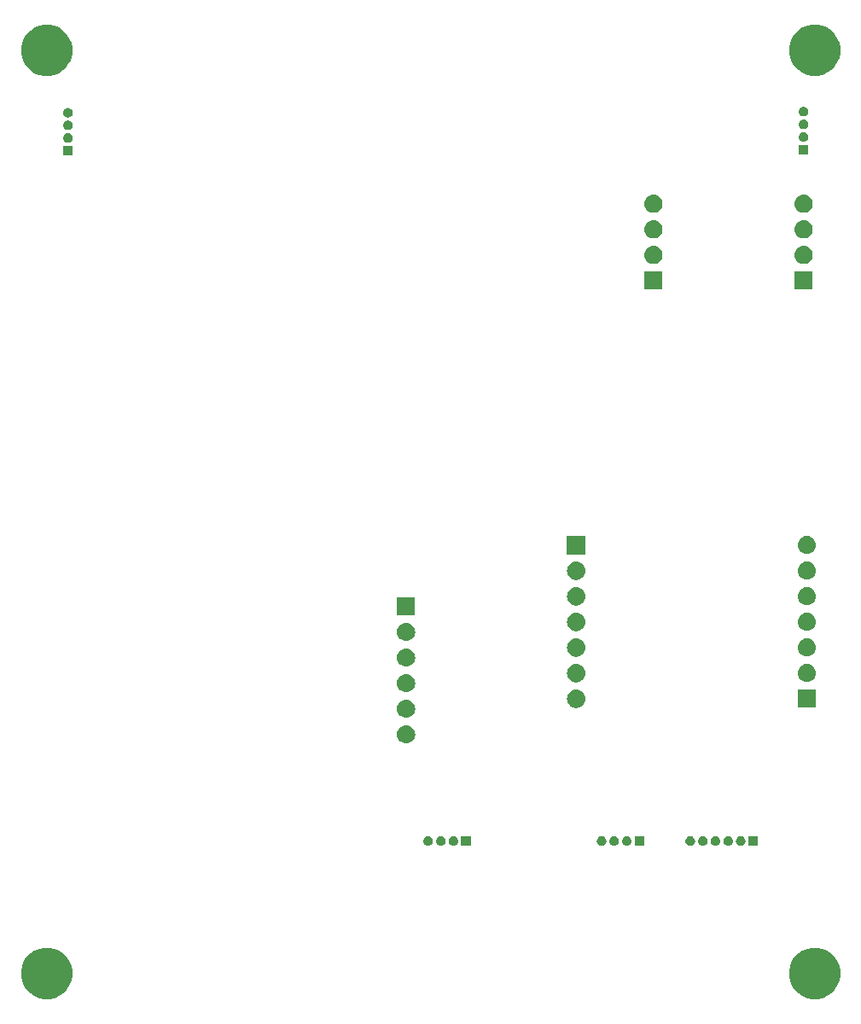
<source format=gbr>
G04 #@! TF.GenerationSoftware,KiCad,Pcbnew,(5.1.2)-2*
G04 #@! TF.CreationDate,2021-04-07T22:17:06-04:00*
G04 #@! TF.ProjectId,Magnetometer_A,4d61676e-6574-46f6-9d65-7465725f412e,rev?*
G04 #@! TF.SameCoordinates,Original*
G04 #@! TF.FileFunction,Soldermask,Bot*
G04 #@! TF.FilePolarity,Negative*
%FSLAX46Y46*%
G04 Gerber Fmt 4.6, Leading zero omitted, Abs format (unit mm)*
G04 Created by KiCad (PCBNEW (5.1.2)-2) date 2021-04-07 22:17:06*
%MOMM*%
%LPD*%
G04 APERTURE LIST*
%ADD10C,0.100000*%
G04 APERTURE END LIST*
D10*
G36*
X115844098Y-125297033D02*
G01*
X116308350Y-125489332D01*
X116308352Y-125489333D01*
X116726168Y-125768509D01*
X117081491Y-126123832D01*
X117360667Y-126541648D01*
X117360668Y-126541650D01*
X117552967Y-127005902D01*
X117651000Y-127498747D01*
X117651000Y-128001253D01*
X117552967Y-128494098D01*
X117360668Y-128958350D01*
X117360667Y-128958352D01*
X117081491Y-129376168D01*
X116726168Y-129731491D01*
X116308352Y-130010667D01*
X116308351Y-130010668D01*
X116308350Y-130010668D01*
X115844098Y-130202967D01*
X115351253Y-130301000D01*
X114848747Y-130301000D01*
X114355902Y-130202967D01*
X113891650Y-130010668D01*
X113891649Y-130010668D01*
X113891648Y-130010667D01*
X113473832Y-129731491D01*
X113118509Y-129376168D01*
X112839333Y-128958352D01*
X112839332Y-128958350D01*
X112647033Y-128494098D01*
X112549000Y-128001253D01*
X112549000Y-127498747D01*
X112647033Y-127005902D01*
X112839332Y-126541650D01*
X112839333Y-126541648D01*
X113118509Y-126123832D01*
X113473832Y-125768509D01*
X113891648Y-125489333D01*
X113891650Y-125489332D01*
X114355902Y-125297033D01*
X114848747Y-125199000D01*
X115351253Y-125199000D01*
X115844098Y-125297033D01*
X115844098Y-125297033D01*
G37*
G36*
X39644098Y-125297033D02*
G01*
X40108350Y-125489332D01*
X40108352Y-125489333D01*
X40526168Y-125768509D01*
X40881491Y-126123832D01*
X41160667Y-126541648D01*
X41160668Y-126541650D01*
X41352967Y-127005902D01*
X41451000Y-127498747D01*
X41451000Y-128001253D01*
X41352967Y-128494098D01*
X41160668Y-128958350D01*
X41160667Y-128958352D01*
X40881491Y-129376168D01*
X40526168Y-129731491D01*
X40108352Y-130010667D01*
X40108351Y-130010668D01*
X40108350Y-130010668D01*
X39644098Y-130202967D01*
X39151253Y-130301000D01*
X38648747Y-130301000D01*
X38155902Y-130202967D01*
X37691650Y-130010668D01*
X37691649Y-130010668D01*
X37691648Y-130010667D01*
X37273832Y-129731491D01*
X36918509Y-129376168D01*
X36639333Y-128958352D01*
X36639332Y-128958350D01*
X36447033Y-128494098D01*
X36349000Y-128001253D01*
X36349000Y-127498747D01*
X36447033Y-127005902D01*
X36639332Y-126541650D01*
X36639333Y-126541648D01*
X36918509Y-126123832D01*
X37273832Y-125768509D01*
X37691648Y-125489333D01*
X37691650Y-125489332D01*
X38155902Y-125297033D01*
X38648747Y-125199000D01*
X39151253Y-125199000D01*
X39644098Y-125297033D01*
X39644098Y-125297033D01*
G37*
G36*
X107888843Y-114142292D02*
G01*
X107939588Y-114163311D01*
X107975470Y-114178174D01*
X108053432Y-114230267D01*
X108119733Y-114296568D01*
X108171826Y-114374530D01*
X108171826Y-114374531D01*
X108207708Y-114461157D01*
X108226000Y-114553117D01*
X108226000Y-114646883D01*
X108207708Y-114738843D01*
X108186689Y-114789588D01*
X108171826Y-114825470D01*
X108119733Y-114903432D01*
X108053432Y-114969733D01*
X107975470Y-115021826D01*
X107939588Y-115036689D01*
X107888843Y-115057708D01*
X107796883Y-115076000D01*
X107703117Y-115076000D01*
X107611157Y-115057708D01*
X107560412Y-115036689D01*
X107524530Y-115021826D01*
X107446568Y-114969733D01*
X107380267Y-114903432D01*
X107328174Y-114825470D01*
X107313311Y-114789588D01*
X107292292Y-114738843D01*
X107274000Y-114646883D01*
X107274000Y-114553117D01*
X107292292Y-114461157D01*
X107328174Y-114374531D01*
X107328174Y-114374530D01*
X107380267Y-114296568D01*
X107446568Y-114230267D01*
X107524530Y-114178174D01*
X107560412Y-114163311D01*
X107611157Y-114142292D01*
X107703117Y-114124000D01*
X107796883Y-114124000D01*
X107888843Y-114142292D01*
X107888843Y-114142292D01*
G37*
G36*
X79388843Y-114142292D02*
G01*
X79439588Y-114163311D01*
X79475470Y-114178174D01*
X79553432Y-114230267D01*
X79619733Y-114296568D01*
X79671826Y-114374530D01*
X79671826Y-114374531D01*
X79707708Y-114461157D01*
X79726000Y-114553117D01*
X79726000Y-114646883D01*
X79707708Y-114738843D01*
X79686689Y-114789588D01*
X79671826Y-114825470D01*
X79619733Y-114903432D01*
X79553432Y-114969733D01*
X79475470Y-115021826D01*
X79439588Y-115036689D01*
X79388843Y-115057708D01*
X79296883Y-115076000D01*
X79203117Y-115076000D01*
X79111157Y-115057708D01*
X79060412Y-115036689D01*
X79024530Y-115021826D01*
X78946568Y-114969733D01*
X78880267Y-114903432D01*
X78828174Y-114825470D01*
X78813311Y-114789588D01*
X78792292Y-114738843D01*
X78774000Y-114646883D01*
X78774000Y-114553117D01*
X78792292Y-114461157D01*
X78828174Y-114374531D01*
X78828174Y-114374530D01*
X78880267Y-114296568D01*
X78946568Y-114230267D01*
X79024530Y-114178174D01*
X79060412Y-114163311D01*
X79111157Y-114142292D01*
X79203117Y-114124000D01*
X79296883Y-114124000D01*
X79388843Y-114142292D01*
X79388843Y-114142292D01*
G37*
G36*
X78138843Y-114142292D02*
G01*
X78189588Y-114163311D01*
X78225470Y-114178174D01*
X78303432Y-114230267D01*
X78369733Y-114296568D01*
X78421826Y-114374530D01*
X78421826Y-114374531D01*
X78457708Y-114461157D01*
X78476000Y-114553117D01*
X78476000Y-114646883D01*
X78457708Y-114738843D01*
X78436689Y-114789588D01*
X78421826Y-114825470D01*
X78369733Y-114903432D01*
X78303432Y-114969733D01*
X78225470Y-115021826D01*
X78189588Y-115036689D01*
X78138843Y-115057708D01*
X78046883Y-115076000D01*
X77953117Y-115076000D01*
X77861157Y-115057708D01*
X77810412Y-115036689D01*
X77774530Y-115021826D01*
X77696568Y-114969733D01*
X77630267Y-114903432D01*
X77578174Y-114825470D01*
X77563311Y-114789588D01*
X77542292Y-114738843D01*
X77524000Y-114646883D01*
X77524000Y-114553117D01*
X77542292Y-114461157D01*
X77578174Y-114374531D01*
X77578174Y-114374530D01*
X77630267Y-114296568D01*
X77696568Y-114230267D01*
X77774530Y-114178174D01*
X77810412Y-114163311D01*
X77861157Y-114142292D01*
X77953117Y-114124000D01*
X78046883Y-114124000D01*
X78138843Y-114142292D01*
X78138843Y-114142292D01*
G37*
G36*
X76888843Y-114142292D02*
G01*
X76939588Y-114163311D01*
X76975470Y-114178174D01*
X77053432Y-114230267D01*
X77119733Y-114296568D01*
X77171826Y-114374530D01*
X77171826Y-114374531D01*
X77207708Y-114461157D01*
X77226000Y-114553117D01*
X77226000Y-114646883D01*
X77207708Y-114738843D01*
X77186689Y-114789588D01*
X77171826Y-114825470D01*
X77119733Y-114903432D01*
X77053432Y-114969733D01*
X76975470Y-115021826D01*
X76939588Y-115036689D01*
X76888843Y-115057708D01*
X76796883Y-115076000D01*
X76703117Y-115076000D01*
X76611157Y-115057708D01*
X76560412Y-115036689D01*
X76524530Y-115021826D01*
X76446568Y-114969733D01*
X76380267Y-114903432D01*
X76328174Y-114825470D01*
X76313311Y-114789588D01*
X76292292Y-114738843D01*
X76274000Y-114646883D01*
X76274000Y-114553117D01*
X76292292Y-114461157D01*
X76328174Y-114374531D01*
X76328174Y-114374530D01*
X76380267Y-114296568D01*
X76446568Y-114230267D01*
X76524530Y-114178174D01*
X76560412Y-114163311D01*
X76611157Y-114142292D01*
X76703117Y-114124000D01*
X76796883Y-114124000D01*
X76888843Y-114142292D01*
X76888843Y-114142292D01*
G37*
G36*
X80976000Y-115076000D02*
G01*
X80024000Y-115076000D01*
X80024000Y-114124000D01*
X80976000Y-114124000D01*
X80976000Y-115076000D01*
X80976000Y-115076000D01*
G37*
G36*
X102888843Y-114142292D02*
G01*
X102939588Y-114163311D01*
X102975470Y-114178174D01*
X103053432Y-114230267D01*
X103119733Y-114296568D01*
X103171826Y-114374530D01*
X103171826Y-114374531D01*
X103207708Y-114461157D01*
X103226000Y-114553117D01*
X103226000Y-114646883D01*
X103207708Y-114738843D01*
X103186689Y-114789588D01*
X103171826Y-114825470D01*
X103119733Y-114903432D01*
X103053432Y-114969733D01*
X102975470Y-115021826D01*
X102939588Y-115036689D01*
X102888843Y-115057708D01*
X102796883Y-115076000D01*
X102703117Y-115076000D01*
X102611157Y-115057708D01*
X102560412Y-115036689D01*
X102524530Y-115021826D01*
X102446568Y-114969733D01*
X102380267Y-114903432D01*
X102328174Y-114825470D01*
X102313311Y-114789588D01*
X102292292Y-114738843D01*
X102274000Y-114646883D01*
X102274000Y-114553117D01*
X102292292Y-114461157D01*
X102328174Y-114374531D01*
X102328174Y-114374530D01*
X102380267Y-114296568D01*
X102446568Y-114230267D01*
X102524530Y-114178174D01*
X102560412Y-114163311D01*
X102611157Y-114142292D01*
X102703117Y-114124000D01*
X102796883Y-114124000D01*
X102888843Y-114142292D01*
X102888843Y-114142292D01*
G37*
G36*
X104138843Y-114142292D02*
G01*
X104189588Y-114163311D01*
X104225470Y-114178174D01*
X104303432Y-114230267D01*
X104369733Y-114296568D01*
X104421826Y-114374530D01*
X104421826Y-114374531D01*
X104457708Y-114461157D01*
X104476000Y-114553117D01*
X104476000Y-114646883D01*
X104457708Y-114738843D01*
X104436689Y-114789588D01*
X104421826Y-114825470D01*
X104369733Y-114903432D01*
X104303432Y-114969733D01*
X104225470Y-115021826D01*
X104189588Y-115036689D01*
X104138843Y-115057708D01*
X104046883Y-115076000D01*
X103953117Y-115076000D01*
X103861157Y-115057708D01*
X103810412Y-115036689D01*
X103774530Y-115021826D01*
X103696568Y-114969733D01*
X103630267Y-114903432D01*
X103578174Y-114825470D01*
X103563311Y-114789588D01*
X103542292Y-114738843D01*
X103524000Y-114646883D01*
X103524000Y-114553117D01*
X103542292Y-114461157D01*
X103578174Y-114374531D01*
X103578174Y-114374530D01*
X103630267Y-114296568D01*
X103696568Y-114230267D01*
X103774530Y-114178174D01*
X103810412Y-114163311D01*
X103861157Y-114142292D01*
X103953117Y-114124000D01*
X104046883Y-114124000D01*
X104138843Y-114142292D01*
X104138843Y-114142292D01*
G37*
G36*
X109476000Y-115076000D02*
G01*
X108524000Y-115076000D01*
X108524000Y-114124000D01*
X109476000Y-114124000D01*
X109476000Y-115076000D01*
X109476000Y-115076000D01*
G37*
G36*
X98176000Y-115076000D02*
G01*
X97224000Y-115076000D01*
X97224000Y-114124000D01*
X98176000Y-114124000D01*
X98176000Y-115076000D01*
X98176000Y-115076000D01*
G37*
G36*
X96588843Y-114142292D02*
G01*
X96639588Y-114163311D01*
X96675470Y-114178174D01*
X96753432Y-114230267D01*
X96819733Y-114296568D01*
X96871826Y-114374530D01*
X96871826Y-114374531D01*
X96907708Y-114461157D01*
X96926000Y-114553117D01*
X96926000Y-114646883D01*
X96907708Y-114738843D01*
X96886689Y-114789588D01*
X96871826Y-114825470D01*
X96819733Y-114903432D01*
X96753432Y-114969733D01*
X96675470Y-115021826D01*
X96639588Y-115036689D01*
X96588843Y-115057708D01*
X96496883Y-115076000D01*
X96403117Y-115076000D01*
X96311157Y-115057708D01*
X96260412Y-115036689D01*
X96224530Y-115021826D01*
X96146568Y-114969733D01*
X96080267Y-114903432D01*
X96028174Y-114825470D01*
X96013311Y-114789588D01*
X95992292Y-114738843D01*
X95974000Y-114646883D01*
X95974000Y-114553117D01*
X95992292Y-114461157D01*
X96028174Y-114374531D01*
X96028174Y-114374530D01*
X96080267Y-114296568D01*
X96146568Y-114230267D01*
X96224530Y-114178174D01*
X96260412Y-114163311D01*
X96311157Y-114142292D01*
X96403117Y-114124000D01*
X96496883Y-114124000D01*
X96588843Y-114142292D01*
X96588843Y-114142292D01*
G37*
G36*
X106638843Y-114142292D02*
G01*
X106689588Y-114163311D01*
X106725470Y-114178174D01*
X106803432Y-114230267D01*
X106869733Y-114296568D01*
X106921826Y-114374530D01*
X106921826Y-114374531D01*
X106957708Y-114461157D01*
X106976000Y-114553117D01*
X106976000Y-114646883D01*
X106957708Y-114738843D01*
X106936689Y-114789588D01*
X106921826Y-114825470D01*
X106869733Y-114903432D01*
X106803432Y-114969733D01*
X106725470Y-115021826D01*
X106689588Y-115036689D01*
X106638843Y-115057708D01*
X106546883Y-115076000D01*
X106453117Y-115076000D01*
X106361157Y-115057708D01*
X106310412Y-115036689D01*
X106274530Y-115021826D01*
X106196568Y-114969733D01*
X106130267Y-114903432D01*
X106078174Y-114825470D01*
X106063311Y-114789588D01*
X106042292Y-114738843D01*
X106024000Y-114646883D01*
X106024000Y-114553117D01*
X106042292Y-114461157D01*
X106078174Y-114374531D01*
X106078174Y-114374530D01*
X106130267Y-114296568D01*
X106196568Y-114230267D01*
X106274530Y-114178174D01*
X106310412Y-114163311D01*
X106361157Y-114142292D01*
X106453117Y-114124000D01*
X106546883Y-114124000D01*
X106638843Y-114142292D01*
X106638843Y-114142292D01*
G37*
G36*
X94088843Y-114142292D02*
G01*
X94139588Y-114163311D01*
X94175470Y-114178174D01*
X94253432Y-114230267D01*
X94319733Y-114296568D01*
X94371826Y-114374530D01*
X94371826Y-114374531D01*
X94407708Y-114461157D01*
X94426000Y-114553117D01*
X94426000Y-114646883D01*
X94407708Y-114738843D01*
X94386689Y-114789588D01*
X94371826Y-114825470D01*
X94319733Y-114903432D01*
X94253432Y-114969733D01*
X94175470Y-115021826D01*
X94139588Y-115036689D01*
X94088843Y-115057708D01*
X93996883Y-115076000D01*
X93903117Y-115076000D01*
X93811157Y-115057708D01*
X93760412Y-115036689D01*
X93724530Y-115021826D01*
X93646568Y-114969733D01*
X93580267Y-114903432D01*
X93528174Y-114825470D01*
X93513311Y-114789588D01*
X93492292Y-114738843D01*
X93474000Y-114646883D01*
X93474000Y-114553117D01*
X93492292Y-114461157D01*
X93528174Y-114374531D01*
X93528174Y-114374530D01*
X93580267Y-114296568D01*
X93646568Y-114230267D01*
X93724530Y-114178174D01*
X93760412Y-114163311D01*
X93811157Y-114142292D01*
X93903117Y-114124000D01*
X93996883Y-114124000D01*
X94088843Y-114142292D01*
X94088843Y-114142292D01*
G37*
G36*
X105388843Y-114142292D02*
G01*
X105439588Y-114163311D01*
X105475470Y-114178174D01*
X105553432Y-114230267D01*
X105619733Y-114296568D01*
X105671826Y-114374530D01*
X105671826Y-114374531D01*
X105707708Y-114461157D01*
X105726000Y-114553117D01*
X105726000Y-114646883D01*
X105707708Y-114738843D01*
X105686689Y-114789588D01*
X105671826Y-114825470D01*
X105619733Y-114903432D01*
X105553432Y-114969733D01*
X105475470Y-115021826D01*
X105439588Y-115036689D01*
X105388843Y-115057708D01*
X105296883Y-115076000D01*
X105203117Y-115076000D01*
X105111157Y-115057708D01*
X105060412Y-115036689D01*
X105024530Y-115021826D01*
X104946568Y-114969733D01*
X104880267Y-114903432D01*
X104828174Y-114825470D01*
X104813311Y-114789588D01*
X104792292Y-114738843D01*
X104774000Y-114646883D01*
X104774000Y-114553117D01*
X104792292Y-114461157D01*
X104828174Y-114374531D01*
X104828174Y-114374530D01*
X104880267Y-114296568D01*
X104946568Y-114230267D01*
X105024530Y-114178174D01*
X105060412Y-114163311D01*
X105111157Y-114142292D01*
X105203117Y-114124000D01*
X105296883Y-114124000D01*
X105388843Y-114142292D01*
X105388843Y-114142292D01*
G37*
G36*
X95338843Y-114142292D02*
G01*
X95389588Y-114163311D01*
X95425470Y-114178174D01*
X95503432Y-114230267D01*
X95569733Y-114296568D01*
X95621826Y-114374530D01*
X95621826Y-114374531D01*
X95657708Y-114461157D01*
X95676000Y-114553117D01*
X95676000Y-114646883D01*
X95657708Y-114738843D01*
X95636689Y-114789588D01*
X95621826Y-114825470D01*
X95569733Y-114903432D01*
X95503432Y-114969733D01*
X95425470Y-115021826D01*
X95389588Y-115036689D01*
X95338843Y-115057708D01*
X95246883Y-115076000D01*
X95153117Y-115076000D01*
X95061157Y-115057708D01*
X95010412Y-115036689D01*
X94974530Y-115021826D01*
X94896568Y-114969733D01*
X94830267Y-114903432D01*
X94778174Y-114825470D01*
X94763311Y-114789588D01*
X94742292Y-114738843D01*
X94724000Y-114646883D01*
X94724000Y-114553117D01*
X94742292Y-114461157D01*
X94778174Y-114374531D01*
X94778174Y-114374530D01*
X94830267Y-114296568D01*
X94896568Y-114230267D01*
X94974530Y-114178174D01*
X95010412Y-114163311D01*
X95061157Y-114142292D01*
X95153117Y-114124000D01*
X95246883Y-114124000D01*
X95338843Y-114142292D01*
X95338843Y-114142292D01*
G37*
G36*
X74660442Y-103135518D02*
G01*
X74726627Y-103142037D01*
X74896466Y-103193557D01*
X75052991Y-103277222D01*
X75088729Y-103306552D01*
X75190186Y-103389814D01*
X75273448Y-103491271D01*
X75302778Y-103527009D01*
X75386443Y-103683534D01*
X75437963Y-103853373D01*
X75455359Y-104030000D01*
X75437963Y-104206627D01*
X75386443Y-104376466D01*
X75302778Y-104532991D01*
X75273448Y-104568729D01*
X75190186Y-104670186D01*
X75088729Y-104753448D01*
X75052991Y-104782778D01*
X74896466Y-104866443D01*
X74726627Y-104917963D01*
X74660442Y-104924482D01*
X74594260Y-104931000D01*
X74505740Y-104931000D01*
X74439557Y-104924481D01*
X74373373Y-104917963D01*
X74203534Y-104866443D01*
X74047009Y-104782778D01*
X74011271Y-104753448D01*
X73909814Y-104670186D01*
X73826552Y-104568729D01*
X73797222Y-104532991D01*
X73713557Y-104376466D01*
X73662037Y-104206627D01*
X73644641Y-104030000D01*
X73662037Y-103853373D01*
X73713557Y-103683534D01*
X73797222Y-103527009D01*
X73826552Y-103491271D01*
X73909814Y-103389814D01*
X74011271Y-103306552D01*
X74047009Y-103277222D01*
X74203534Y-103193557D01*
X74373373Y-103142037D01*
X74439558Y-103135518D01*
X74505740Y-103129000D01*
X74594260Y-103129000D01*
X74660442Y-103135518D01*
X74660442Y-103135518D01*
G37*
G36*
X74660442Y-100595518D02*
G01*
X74726627Y-100602037D01*
X74896466Y-100653557D01*
X75052991Y-100737222D01*
X75088729Y-100766552D01*
X75190186Y-100849814D01*
X75273448Y-100951271D01*
X75302778Y-100987009D01*
X75386443Y-101143534D01*
X75437963Y-101313373D01*
X75455359Y-101490000D01*
X75437963Y-101666627D01*
X75386443Y-101836466D01*
X75302778Y-101992991D01*
X75273448Y-102028729D01*
X75190186Y-102130186D01*
X75088729Y-102213448D01*
X75052991Y-102242778D01*
X74896466Y-102326443D01*
X74726627Y-102377963D01*
X74660443Y-102384481D01*
X74594260Y-102391000D01*
X74505740Y-102391000D01*
X74439558Y-102384482D01*
X74373373Y-102377963D01*
X74203534Y-102326443D01*
X74047009Y-102242778D01*
X74011271Y-102213448D01*
X73909814Y-102130186D01*
X73826552Y-102028729D01*
X73797222Y-101992991D01*
X73713557Y-101836466D01*
X73662037Y-101666627D01*
X73644641Y-101490000D01*
X73662037Y-101313373D01*
X73713557Y-101143534D01*
X73797222Y-100987009D01*
X73826552Y-100951271D01*
X73909814Y-100849814D01*
X74011271Y-100766552D01*
X74047009Y-100737222D01*
X74203534Y-100653557D01*
X74373373Y-100602037D01*
X74439557Y-100595519D01*
X74505740Y-100589000D01*
X74594260Y-100589000D01*
X74660442Y-100595518D01*
X74660442Y-100595518D01*
G37*
G36*
X91530442Y-99615518D02*
G01*
X91596627Y-99622037D01*
X91766466Y-99673557D01*
X91922991Y-99757222D01*
X91958595Y-99786442D01*
X92060186Y-99869814D01*
X92143448Y-99971271D01*
X92172778Y-100007009D01*
X92256443Y-100163534D01*
X92307963Y-100333373D01*
X92325359Y-100510000D01*
X92307963Y-100686627D01*
X92256443Y-100856466D01*
X92172778Y-101012991D01*
X92143448Y-101048729D01*
X92060186Y-101150186D01*
X91958729Y-101233448D01*
X91922991Y-101262778D01*
X91766466Y-101346443D01*
X91596627Y-101397963D01*
X91530443Y-101404481D01*
X91464260Y-101411000D01*
X91375740Y-101411000D01*
X91309557Y-101404481D01*
X91243373Y-101397963D01*
X91073534Y-101346443D01*
X90917009Y-101262778D01*
X90881271Y-101233448D01*
X90779814Y-101150186D01*
X90696552Y-101048729D01*
X90667222Y-101012991D01*
X90583557Y-100856466D01*
X90532037Y-100686627D01*
X90514641Y-100510000D01*
X90532037Y-100333373D01*
X90583557Y-100163534D01*
X90667222Y-100007009D01*
X90696552Y-99971271D01*
X90779814Y-99869814D01*
X90881405Y-99786442D01*
X90917009Y-99757222D01*
X91073534Y-99673557D01*
X91243373Y-99622037D01*
X91309558Y-99615518D01*
X91375740Y-99609000D01*
X91464260Y-99609000D01*
X91530442Y-99615518D01*
X91530442Y-99615518D01*
G37*
G36*
X115221000Y-101381000D02*
G01*
X113419000Y-101381000D01*
X113419000Y-99579000D01*
X115221000Y-99579000D01*
X115221000Y-101381000D01*
X115221000Y-101381000D01*
G37*
G36*
X74660443Y-98055519D02*
G01*
X74726627Y-98062037D01*
X74896466Y-98113557D01*
X75052991Y-98197222D01*
X75088729Y-98226552D01*
X75190186Y-98309814D01*
X75273448Y-98411271D01*
X75302778Y-98447009D01*
X75386443Y-98603534D01*
X75437963Y-98773373D01*
X75455359Y-98950000D01*
X75437963Y-99126627D01*
X75386443Y-99296466D01*
X75302778Y-99452991D01*
X75273448Y-99488729D01*
X75190186Y-99590186D01*
X75088729Y-99673448D01*
X75052991Y-99702778D01*
X74896466Y-99786443D01*
X74726627Y-99837963D01*
X74660442Y-99844482D01*
X74594260Y-99851000D01*
X74505740Y-99851000D01*
X74439558Y-99844482D01*
X74373373Y-99837963D01*
X74203534Y-99786443D01*
X74047009Y-99702778D01*
X74011271Y-99673448D01*
X73909814Y-99590186D01*
X73826552Y-99488729D01*
X73797222Y-99452991D01*
X73713557Y-99296466D01*
X73662037Y-99126627D01*
X73644641Y-98950000D01*
X73662037Y-98773373D01*
X73713557Y-98603534D01*
X73797222Y-98447009D01*
X73826552Y-98411271D01*
X73909814Y-98309814D01*
X74011271Y-98226552D01*
X74047009Y-98197222D01*
X74203534Y-98113557D01*
X74373373Y-98062037D01*
X74439557Y-98055519D01*
X74505740Y-98049000D01*
X74594260Y-98049000D01*
X74660443Y-98055519D01*
X74660443Y-98055519D01*
G37*
G36*
X91530443Y-97075519D02*
G01*
X91596627Y-97082037D01*
X91766466Y-97133557D01*
X91922991Y-97217222D01*
X91958595Y-97246442D01*
X92060186Y-97329814D01*
X92143448Y-97431271D01*
X92172778Y-97467009D01*
X92172779Y-97467011D01*
X92240407Y-97593532D01*
X92256443Y-97623534D01*
X92307963Y-97793373D01*
X92325359Y-97970000D01*
X92307963Y-98146627D01*
X92256443Y-98316466D01*
X92172778Y-98472991D01*
X92143448Y-98508729D01*
X92060186Y-98610186D01*
X91959546Y-98692778D01*
X91922991Y-98722778D01*
X91922989Y-98722779D01*
X91822594Y-98776442D01*
X91766466Y-98806443D01*
X91596627Y-98857963D01*
X91530443Y-98864481D01*
X91464260Y-98871000D01*
X91375740Y-98871000D01*
X91309558Y-98864482D01*
X91243373Y-98857963D01*
X91073534Y-98806443D01*
X91017407Y-98776442D01*
X90917011Y-98722779D01*
X90917009Y-98722778D01*
X90880454Y-98692778D01*
X90779814Y-98610186D01*
X90696552Y-98508729D01*
X90667222Y-98472991D01*
X90583557Y-98316466D01*
X90532037Y-98146627D01*
X90514641Y-97970000D01*
X90532037Y-97793373D01*
X90583557Y-97623534D01*
X90599594Y-97593532D01*
X90667221Y-97467011D01*
X90667222Y-97467009D01*
X90696552Y-97431271D01*
X90779814Y-97329814D01*
X90881405Y-97246442D01*
X90917009Y-97217222D01*
X91073534Y-97133557D01*
X91243373Y-97082037D01*
X91309557Y-97075519D01*
X91375740Y-97069000D01*
X91464260Y-97069000D01*
X91530443Y-97075519D01*
X91530443Y-97075519D01*
G37*
G36*
X114430443Y-97045519D02*
G01*
X114496627Y-97052037D01*
X114666466Y-97103557D01*
X114666468Y-97103558D01*
X114744729Y-97145390D01*
X114822991Y-97187222D01*
X114858729Y-97216552D01*
X114960186Y-97299814D01*
X115043448Y-97401271D01*
X115072778Y-97437009D01*
X115156443Y-97593534D01*
X115207963Y-97763373D01*
X115225359Y-97940000D01*
X115207963Y-98116627D01*
X115156443Y-98286466D01*
X115156442Y-98286468D01*
X115114610Y-98364729D01*
X115072778Y-98442991D01*
X115048159Y-98472989D01*
X114960186Y-98580186D01*
X114858729Y-98663448D01*
X114822991Y-98692778D01*
X114666466Y-98776443D01*
X114496627Y-98827963D01*
X114430442Y-98834482D01*
X114364260Y-98841000D01*
X114275740Y-98841000D01*
X114209558Y-98834482D01*
X114143373Y-98827963D01*
X113973534Y-98776443D01*
X113817009Y-98692778D01*
X113781271Y-98663448D01*
X113679814Y-98580186D01*
X113591841Y-98472989D01*
X113567222Y-98442991D01*
X113525390Y-98364729D01*
X113483558Y-98286468D01*
X113483557Y-98286466D01*
X113432037Y-98116627D01*
X113414641Y-97940000D01*
X113432037Y-97763373D01*
X113483557Y-97593534D01*
X113567222Y-97437009D01*
X113596552Y-97401271D01*
X113679814Y-97299814D01*
X113781271Y-97216552D01*
X113817009Y-97187222D01*
X113895271Y-97145390D01*
X113973532Y-97103558D01*
X113973534Y-97103557D01*
X114143373Y-97052037D01*
X114209557Y-97045519D01*
X114275740Y-97039000D01*
X114364260Y-97039000D01*
X114430443Y-97045519D01*
X114430443Y-97045519D01*
G37*
G36*
X74660442Y-95515518D02*
G01*
X74726627Y-95522037D01*
X74896466Y-95573557D01*
X75052991Y-95657222D01*
X75088729Y-95686552D01*
X75190186Y-95769814D01*
X75273448Y-95871271D01*
X75302778Y-95907009D01*
X75386443Y-96063534D01*
X75437963Y-96233373D01*
X75455359Y-96410000D01*
X75437963Y-96586627D01*
X75386443Y-96756466D01*
X75302778Y-96912991D01*
X75273448Y-96948729D01*
X75190186Y-97050186D01*
X75088729Y-97133448D01*
X75052991Y-97162778D01*
X74896466Y-97246443D01*
X74726627Y-97297963D01*
X74660443Y-97304481D01*
X74594260Y-97311000D01*
X74505740Y-97311000D01*
X74439557Y-97304481D01*
X74373373Y-97297963D01*
X74203534Y-97246443D01*
X74047009Y-97162778D01*
X74011271Y-97133448D01*
X73909814Y-97050186D01*
X73826552Y-96948729D01*
X73797222Y-96912991D01*
X73713557Y-96756466D01*
X73662037Y-96586627D01*
X73644641Y-96410000D01*
X73662037Y-96233373D01*
X73713557Y-96063534D01*
X73797222Y-95907009D01*
X73826552Y-95871271D01*
X73909814Y-95769814D01*
X74011271Y-95686552D01*
X74047009Y-95657222D01*
X74203534Y-95573557D01*
X74373373Y-95522037D01*
X74439558Y-95515518D01*
X74505740Y-95509000D01*
X74594260Y-95509000D01*
X74660442Y-95515518D01*
X74660442Y-95515518D01*
G37*
G36*
X91530443Y-94535519D02*
G01*
X91596627Y-94542037D01*
X91766466Y-94593557D01*
X91922991Y-94677222D01*
X91958595Y-94706442D01*
X92060186Y-94789814D01*
X92143448Y-94891271D01*
X92172778Y-94927009D01*
X92172779Y-94927011D01*
X92240407Y-95053532D01*
X92256443Y-95083534D01*
X92307963Y-95253373D01*
X92325359Y-95430000D01*
X92307963Y-95606627D01*
X92256443Y-95776466D01*
X92172778Y-95932991D01*
X92143448Y-95968729D01*
X92060186Y-96070186D01*
X91959546Y-96152778D01*
X91922991Y-96182778D01*
X91922989Y-96182779D01*
X91822594Y-96236442D01*
X91766466Y-96266443D01*
X91596627Y-96317963D01*
X91530443Y-96324481D01*
X91464260Y-96331000D01*
X91375740Y-96331000D01*
X91309557Y-96324481D01*
X91243373Y-96317963D01*
X91073534Y-96266443D01*
X91017407Y-96236442D01*
X90917011Y-96182779D01*
X90917009Y-96182778D01*
X90880454Y-96152778D01*
X90779814Y-96070186D01*
X90696552Y-95968729D01*
X90667222Y-95932991D01*
X90583557Y-95776466D01*
X90532037Y-95606627D01*
X90514641Y-95430000D01*
X90532037Y-95253373D01*
X90583557Y-95083534D01*
X90599594Y-95053532D01*
X90667221Y-94927011D01*
X90667222Y-94927009D01*
X90696552Y-94891271D01*
X90779814Y-94789814D01*
X90881405Y-94706442D01*
X90917009Y-94677222D01*
X91073534Y-94593557D01*
X91243373Y-94542037D01*
X91309557Y-94535519D01*
X91375740Y-94529000D01*
X91464260Y-94529000D01*
X91530443Y-94535519D01*
X91530443Y-94535519D01*
G37*
G36*
X114430443Y-94505519D02*
G01*
X114496627Y-94512037D01*
X114666466Y-94563557D01*
X114666468Y-94563558D01*
X114744729Y-94605390D01*
X114822991Y-94647222D01*
X114858729Y-94676552D01*
X114960186Y-94759814D01*
X115043448Y-94861271D01*
X115072778Y-94897009D01*
X115156443Y-95053534D01*
X115207963Y-95223373D01*
X115225359Y-95400000D01*
X115207963Y-95576627D01*
X115156443Y-95746466D01*
X115156442Y-95746468D01*
X115114611Y-95824728D01*
X115072778Y-95902991D01*
X115048159Y-95932989D01*
X114960186Y-96040186D01*
X114858729Y-96123448D01*
X114822991Y-96152778D01*
X114666466Y-96236443D01*
X114496627Y-96287963D01*
X114430443Y-96294481D01*
X114364260Y-96301000D01*
X114275740Y-96301000D01*
X114209557Y-96294481D01*
X114143373Y-96287963D01*
X113973534Y-96236443D01*
X113817009Y-96152778D01*
X113781271Y-96123448D01*
X113679814Y-96040186D01*
X113591841Y-95932989D01*
X113567222Y-95902991D01*
X113525389Y-95824728D01*
X113483558Y-95746468D01*
X113483557Y-95746466D01*
X113432037Y-95576627D01*
X113414641Y-95400000D01*
X113432037Y-95223373D01*
X113483557Y-95053534D01*
X113567222Y-94897009D01*
X113596552Y-94861271D01*
X113679814Y-94759814D01*
X113781271Y-94676552D01*
X113817009Y-94647222D01*
X113895271Y-94605390D01*
X113973532Y-94563558D01*
X113973534Y-94563557D01*
X114143373Y-94512037D01*
X114209557Y-94505519D01*
X114275740Y-94499000D01*
X114364260Y-94499000D01*
X114430443Y-94505519D01*
X114430443Y-94505519D01*
G37*
G36*
X74660443Y-92975519D02*
G01*
X74726627Y-92982037D01*
X74896466Y-93033557D01*
X75052991Y-93117222D01*
X75088729Y-93146552D01*
X75190186Y-93229814D01*
X75273448Y-93331271D01*
X75302778Y-93367009D01*
X75386443Y-93523534D01*
X75437963Y-93693373D01*
X75455359Y-93870000D01*
X75437963Y-94046627D01*
X75386443Y-94216466D01*
X75302778Y-94372991D01*
X75273448Y-94408729D01*
X75190186Y-94510186D01*
X75088729Y-94593448D01*
X75052991Y-94622778D01*
X74896466Y-94706443D01*
X74726627Y-94757963D01*
X74660442Y-94764482D01*
X74594260Y-94771000D01*
X74505740Y-94771000D01*
X74439558Y-94764482D01*
X74373373Y-94757963D01*
X74203534Y-94706443D01*
X74047009Y-94622778D01*
X74011271Y-94593448D01*
X73909814Y-94510186D01*
X73826552Y-94408729D01*
X73797222Y-94372991D01*
X73713557Y-94216466D01*
X73662037Y-94046627D01*
X73644641Y-93870000D01*
X73662037Y-93693373D01*
X73713557Y-93523534D01*
X73797222Y-93367009D01*
X73826552Y-93331271D01*
X73909814Y-93229814D01*
X74011271Y-93146552D01*
X74047009Y-93117222D01*
X74203534Y-93033557D01*
X74373373Y-92982037D01*
X74439557Y-92975519D01*
X74505740Y-92969000D01*
X74594260Y-92969000D01*
X74660443Y-92975519D01*
X74660443Y-92975519D01*
G37*
G36*
X91530442Y-91995518D02*
G01*
X91596627Y-92002037D01*
X91766466Y-92053557D01*
X91922991Y-92137222D01*
X91958729Y-92166552D01*
X92060186Y-92249814D01*
X92143448Y-92351271D01*
X92172778Y-92387009D01*
X92172779Y-92387011D01*
X92240407Y-92513532D01*
X92256443Y-92543534D01*
X92307963Y-92713373D01*
X92325359Y-92890000D01*
X92307963Y-93066627D01*
X92256443Y-93236466D01*
X92172778Y-93392991D01*
X92143448Y-93428729D01*
X92060186Y-93530186D01*
X91959546Y-93612778D01*
X91922991Y-93642778D01*
X91922989Y-93642779D01*
X91822594Y-93696442D01*
X91766466Y-93726443D01*
X91596627Y-93777963D01*
X91530442Y-93784482D01*
X91464260Y-93791000D01*
X91375740Y-93791000D01*
X91309558Y-93784482D01*
X91243373Y-93777963D01*
X91073534Y-93726443D01*
X91017407Y-93696442D01*
X90917011Y-93642779D01*
X90917009Y-93642778D01*
X90880454Y-93612778D01*
X90779814Y-93530186D01*
X90696552Y-93428729D01*
X90667222Y-93392991D01*
X90583557Y-93236466D01*
X90532037Y-93066627D01*
X90514641Y-92890000D01*
X90532037Y-92713373D01*
X90583557Y-92543534D01*
X90599594Y-92513532D01*
X90667221Y-92387011D01*
X90667222Y-92387009D01*
X90696552Y-92351271D01*
X90779814Y-92249814D01*
X90881271Y-92166552D01*
X90917009Y-92137222D01*
X91073534Y-92053557D01*
X91243373Y-92002037D01*
X91309558Y-91995518D01*
X91375740Y-91989000D01*
X91464260Y-91989000D01*
X91530442Y-91995518D01*
X91530442Y-91995518D01*
G37*
G36*
X114430442Y-91965518D02*
G01*
X114496627Y-91972037D01*
X114666466Y-92023557D01*
X114666468Y-92023558D01*
X114744728Y-92065389D01*
X114822991Y-92107222D01*
X114858729Y-92136552D01*
X114960186Y-92219814D01*
X115043448Y-92321271D01*
X115072778Y-92357009D01*
X115156443Y-92513534D01*
X115207963Y-92683373D01*
X115225359Y-92860000D01*
X115207963Y-93036627D01*
X115156443Y-93206466D01*
X115156442Y-93206468D01*
X115114610Y-93284729D01*
X115072778Y-93362991D01*
X115048159Y-93392989D01*
X114960186Y-93500186D01*
X114858729Y-93583448D01*
X114822991Y-93612778D01*
X114666466Y-93696443D01*
X114496627Y-93747963D01*
X114430443Y-93754481D01*
X114364260Y-93761000D01*
X114275740Y-93761000D01*
X114209557Y-93754481D01*
X114143373Y-93747963D01*
X113973534Y-93696443D01*
X113817009Y-93612778D01*
X113781271Y-93583448D01*
X113679814Y-93500186D01*
X113591841Y-93392989D01*
X113567222Y-93362991D01*
X113525390Y-93284729D01*
X113483558Y-93206468D01*
X113483557Y-93206466D01*
X113432037Y-93036627D01*
X113414641Y-92860000D01*
X113432037Y-92683373D01*
X113483557Y-92513534D01*
X113567222Y-92357009D01*
X113596552Y-92321271D01*
X113679814Y-92219814D01*
X113781271Y-92136552D01*
X113817009Y-92107222D01*
X113895271Y-92065390D01*
X113973532Y-92023558D01*
X113973534Y-92023557D01*
X114143373Y-91972037D01*
X114209558Y-91965518D01*
X114275740Y-91959000D01*
X114364260Y-91959000D01*
X114430442Y-91965518D01*
X114430442Y-91965518D01*
G37*
G36*
X75451000Y-92231000D02*
G01*
X73649000Y-92231000D01*
X73649000Y-90429000D01*
X75451000Y-90429000D01*
X75451000Y-92231000D01*
X75451000Y-92231000D01*
G37*
G36*
X91530442Y-89455518D02*
G01*
X91596627Y-89462037D01*
X91766466Y-89513557D01*
X91922991Y-89597222D01*
X91958729Y-89626552D01*
X92060186Y-89709814D01*
X92143448Y-89811271D01*
X92172778Y-89847009D01*
X92172779Y-89847011D01*
X92240407Y-89973532D01*
X92256443Y-90003534D01*
X92307963Y-90173373D01*
X92325359Y-90350000D01*
X92307963Y-90526627D01*
X92256443Y-90696466D01*
X92172778Y-90852991D01*
X92143448Y-90888729D01*
X92060186Y-90990186D01*
X91959546Y-91072778D01*
X91922991Y-91102778D01*
X91922989Y-91102779D01*
X91822594Y-91156442D01*
X91766466Y-91186443D01*
X91596627Y-91237963D01*
X91530443Y-91244481D01*
X91464260Y-91251000D01*
X91375740Y-91251000D01*
X91309557Y-91244481D01*
X91243373Y-91237963D01*
X91073534Y-91186443D01*
X91017407Y-91156442D01*
X90917011Y-91102779D01*
X90917009Y-91102778D01*
X90880454Y-91072778D01*
X90779814Y-90990186D01*
X90696552Y-90888729D01*
X90667222Y-90852991D01*
X90583557Y-90696466D01*
X90532037Y-90526627D01*
X90514641Y-90350000D01*
X90532037Y-90173373D01*
X90583557Y-90003534D01*
X90599594Y-89973532D01*
X90667221Y-89847011D01*
X90667222Y-89847009D01*
X90696552Y-89811271D01*
X90779814Y-89709814D01*
X90881271Y-89626552D01*
X90917009Y-89597222D01*
X91073534Y-89513557D01*
X91243373Y-89462037D01*
X91309558Y-89455518D01*
X91375740Y-89449000D01*
X91464260Y-89449000D01*
X91530442Y-89455518D01*
X91530442Y-89455518D01*
G37*
G36*
X114430443Y-89425519D02*
G01*
X114496627Y-89432037D01*
X114666466Y-89483557D01*
X114666468Y-89483558D01*
X114744729Y-89525390D01*
X114822991Y-89567222D01*
X114858729Y-89596552D01*
X114960186Y-89679814D01*
X115043448Y-89781271D01*
X115072778Y-89817009D01*
X115156443Y-89973534D01*
X115207963Y-90143373D01*
X115225359Y-90320000D01*
X115207963Y-90496627D01*
X115156443Y-90666466D01*
X115156442Y-90666468D01*
X115114611Y-90744728D01*
X115072778Y-90822991D01*
X115048159Y-90852989D01*
X114960186Y-90960186D01*
X114858729Y-91043448D01*
X114822991Y-91072778D01*
X114666466Y-91156443D01*
X114496627Y-91207963D01*
X114430443Y-91214481D01*
X114364260Y-91221000D01*
X114275740Y-91221000D01*
X114209557Y-91214481D01*
X114143373Y-91207963D01*
X113973534Y-91156443D01*
X113817009Y-91072778D01*
X113781271Y-91043448D01*
X113679814Y-90960186D01*
X113591841Y-90852989D01*
X113567222Y-90822991D01*
X113525390Y-90744729D01*
X113483558Y-90666468D01*
X113483557Y-90666466D01*
X113432037Y-90496627D01*
X113414641Y-90320000D01*
X113432037Y-90143373D01*
X113483557Y-89973534D01*
X113567222Y-89817009D01*
X113596552Y-89781271D01*
X113679814Y-89679814D01*
X113781271Y-89596552D01*
X113817009Y-89567222D01*
X113895272Y-89525389D01*
X113973532Y-89483558D01*
X113973534Y-89483557D01*
X114143373Y-89432037D01*
X114209557Y-89425519D01*
X114275740Y-89419000D01*
X114364260Y-89419000D01*
X114430443Y-89425519D01*
X114430443Y-89425519D01*
G37*
G36*
X91530443Y-86915519D02*
G01*
X91596627Y-86922037D01*
X91766466Y-86973557D01*
X91922991Y-87057222D01*
X91958729Y-87086552D01*
X92060186Y-87169814D01*
X92143448Y-87271271D01*
X92172778Y-87307009D01*
X92172779Y-87307011D01*
X92240407Y-87433532D01*
X92256443Y-87463534D01*
X92307963Y-87633373D01*
X92325359Y-87810000D01*
X92307963Y-87986627D01*
X92256443Y-88156466D01*
X92172778Y-88312991D01*
X92143448Y-88348729D01*
X92060186Y-88450186D01*
X91959546Y-88532778D01*
X91922991Y-88562778D01*
X91922989Y-88562779D01*
X91822594Y-88616442D01*
X91766466Y-88646443D01*
X91596627Y-88697963D01*
X91530442Y-88704482D01*
X91464260Y-88711000D01*
X91375740Y-88711000D01*
X91309558Y-88704482D01*
X91243373Y-88697963D01*
X91073534Y-88646443D01*
X91017407Y-88616442D01*
X90917011Y-88562779D01*
X90917009Y-88562778D01*
X90880454Y-88532778D01*
X90779814Y-88450186D01*
X90696552Y-88348729D01*
X90667222Y-88312991D01*
X90583557Y-88156466D01*
X90532037Y-87986627D01*
X90514641Y-87810000D01*
X90532037Y-87633373D01*
X90583557Y-87463534D01*
X90599594Y-87433532D01*
X90667221Y-87307011D01*
X90667222Y-87307009D01*
X90696552Y-87271271D01*
X90779814Y-87169814D01*
X90881271Y-87086552D01*
X90917009Y-87057222D01*
X91073534Y-86973557D01*
X91243373Y-86922037D01*
X91309557Y-86915519D01*
X91375740Y-86909000D01*
X91464260Y-86909000D01*
X91530443Y-86915519D01*
X91530443Y-86915519D01*
G37*
G36*
X114430443Y-86885519D02*
G01*
X114496627Y-86892037D01*
X114666466Y-86943557D01*
X114666468Y-86943558D01*
X114744729Y-86985390D01*
X114822991Y-87027222D01*
X114858729Y-87056552D01*
X114960186Y-87139814D01*
X115043448Y-87241271D01*
X115072778Y-87277009D01*
X115156443Y-87433534D01*
X115207963Y-87603373D01*
X115225359Y-87780000D01*
X115207963Y-87956627D01*
X115156443Y-88126466D01*
X115156442Y-88126468D01*
X115114611Y-88204728D01*
X115072778Y-88282991D01*
X115048159Y-88312989D01*
X114960186Y-88420186D01*
X114858729Y-88503448D01*
X114822991Y-88532778D01*
X114666466Y-88616443D01*
X114496627Y-88667963D01*
X114430442Y-88674482D01*
X114364260Y-88681000D01*
X114275740Y-88681000D01*
X114209558Y-88674482D01*
X114143373Y-88667963D01*
X113973534Y-88616443D01*
X113817009Y-88532778D01*
X113781271Y-88503448D01*
X113679814Y-88420186D01*
X113591841Y-88312989D01*
X113567222Y-88282991D01*
X113525390Y-88204729D01*
X113483558Y-88126468D01*
X113483557Y-88126466D01*
X113432037Y-87956627D01*
X113414641Y-87780000D01*
X113432037Y-87603373D01*
X113483557Y-87433534D01*
X113567222Y-87277009D01*
X113596552Y-87241271D01*
X113679814Y-87139814D01*
X113781271Y-87056552D01*
X113817009Y-87027222D01*
X113895271Y-86985390D01*
X113973532Y-86943558D01*
X113973534Y-86943557D01*
X114143373Y-86892037D01*
X114209557Y-86885519D01*
X114275740Y-86879000D01*
X114364260Y-86879000D01*
X114430443Y-86885519D01*
X114430443Y-86885519D01*
G37*
G36*
X92321000Y-86171000D02*
G01*
X90519000Y-86171000D01*
X90519000Y-84369000D01*
X92321000Y-84369000D01*
X92321000Y-86171000D01*
X92321000Y-86171000D01*
G37*
G36*
X114430442Y-84345518D02*
G01*
X114496627Y-84352037D01*
X114666466Y-84403557D01*
X114822991Y-84487222D01*
X114858729Y-84516552D01*
X114960186Y-84599814D01*
X115043448Y-84701271D01*
X115072778Y-84737009D01*
X115156443Y-84893534D01*
X115207963Y-85063373D01*
X115225359Y-85240000D01*
X115207963Y-85416627D01*
X115156443Y-85586466D01*
X115072778Y-85742991D01*
X115043448Y-85778729D01*
X114960186Y-85880186D01*
X114858729Y-85963448D01*
X114822991Y-85992778D01*
X114666466Y-86076443D01*
X114496627Y-86127963D01*
X114430442Y-86134482D01*
X114364260Y-86141000D01*
X114275740Y-86141000D01*
X114209558Y-86134482D01*
X114143373Y-86127963D01*
X113973534Y-86076443D01*
X113817009Y-85992778D01*
X113781271Y-85963448D01*
X113679814Y-85880186D01*
X113596552Y-85778729D01*
X113567222Y-85742991D01*
X113483557Y-85586466D01*
X113432037Y-85416627D01*
X113414641Y-85240000D01*
X113432037Y-85063373D01*
X113483557Y-84893534D01*
X113567222Y-84737009D01*
X113596552Y-84701271D01*
X113679814Y-84599814D01*
X113781271Y-84516552D01*
X113817009Y-84487222D01*
X113973534Y-84403557D01*
X114143373Y-84352037D01*
X114209558Y-84345518D01*
X114275740Y-84339000D01*
X114364260Y-84339000D01*
X114430442Y-84345518D01*
X114430442Y-84345518D01*
G37*
G36*
X114901000Y-59901000D02*
G01*
X113099000Y-59901000D01*
X113099000Y-58099000D01*
X114901000Y-58099000D01*
X114901000Y-59901000D01*
X114901000Y-59901000D01*
G37*
G36*
X100001000Y-59901000D02*
G01*
X98199000Y-59901000D01*
X98199000Y-58099000D01*
X100001000Y-58099000D01*
X100001000Y-59901000D01*
X100001000Y-59901000D01*
G37*
G36*
X114110442Y-55565518D02*
G01*
X114176627Y-55572037D01*
X114346466Y-55623557D01*
X114502991Y-55707222D01*
X114538729Y-55736552D01*
X114640186Y-55819814D01*
X114723448Y-55921271D01*
X114752778Y-55957009D01*
X114836443Y-56113534D01*
X114887963Y-56283373D01*
X114905359Y-56460000D01*
X114887963Y-56636627D01*
X114836443Y-56806466D01*
X114752778Y-56962991D01*
X114723448Y-56998729D01*
X114640186Y-57100186D01*
X114538729Y-57183448D01*
X114502991Y-57212778D01*
X114346466Y-57296443D01*
X114176627Y-57347963D01*
X114110442Y-57354482D01*
X114044260Y-57361000D01*
X113955740Y-57361000D01*
X113889558Y-57354482D01*
X113823373Y-57347963D01*
X113653534Y-57296443D01*
X113497009Y-57212778D01*
X113461271Y-57183448D01*
X113359814Y-57100186D01*
X113276552Y-56998729D01*
X113247222Y-56962991D01*
X113163557Y-56806466D01*
X113112037Y-56636627D01*
X113094641Y-56460000D01*
X113112037Y-56283373D01*
X113163557Y-56113534D01*
X113247222Y-55957009D01*
X113276552Y-55921271D01*
X113359814Y-55819814D01*
X113461271Y-55736552D01*
X113497009Y-55707222D01*
X113653534Y-55623557D01*
X113823373Y-55572037D01*
X113889558Y-55565518D01*
X113955740Y-55559000D01*
X114044260Y-55559000D01*
X114110442Y-55565518D01*
X114110442Y-55565518D01*
G37*
G36*
X99210442Y-55565518D02*
G01*
X99276627Y-55572037D01*
X99446466Y-55623557D01*
X99602991Y-55707222D01*
X99638729Y-55736552D01*
X99740186Y-55819814D01*
X99823448Y-55921271D01*
X99852778Y-55957009D01*
X99936443Y-56113534D01*
X99987963Y-56283373D01*
X100005359Y-56460000D01*
X99987963Y-56636627D01*
X99936443Y-56806466D01*
X99852778Y-56962991D01*
X99823448Y-56998729D01*
X99740186Y-57100186D01*
X99638729Y-57183448D01*
X99602991Y-57212778D01*
X99446466Y-57296443D01*
X99276627Y-57347963D01*
X99210442Y-57354482D01*
X99144260Y-57361000D01*
X99055740Y-57361000D01*
X98989558Y-57354482D01*
X98923373Y-57347963D01*
X98753534Y-57296443D01*
X98597009Y-57212778D01*
X98561271Y-57183448D01*
X98459814Y-57100186D01*
X98376552Y-56998729D01*
X98347222Y-56962991D01*
X98263557Y-56806466D01*
X98212037Y-56636627D01*
X98194641Y-56460000D01*
X98212037Y-56283373D01*
X98263557Y-56113534D01*
X98347222Y-55957009D01*
X98376552Y-55921271D01*
X98459814Y-55819814D01*
X98561271Y-55736552D01*
X98597009Y-55707222D01*
X98753534Y-55623557D01*
X98923373Y-55572037D01*
X98989558Y-55565518D01*
X99055740Y-55559000D01*
X99144260Y-55559000D01*
X99210442Y-55565518D01*
X99210442Y-55565518D01*
G37*
G36*
X114110443Y-53025519D02*
G01*
X114176627Y-53032037D01*
X114346466Y-53083557D01*
X114502991Y-53167222D01*
X114538729Y-53196552D01*
X114640186Y-53279814D01*
X114723448Y-53381271D01*
X114752778Y-53417009D01*
X114836443Y-53573534D01*
X114887963Y-53743373D01*
X114905359Y-53920000D01*
X114887963Y-54096627D01*
X114836443Y-54266466D01*
X114752778Y-54422991D01*
X114723448Y-54458729D01*
X114640186Y-54560186D01*
X114538729Y-54643448D01*
X114502991Y-54672778D01*
X114346466Y-54756443D01*
X114176627Y-54807963D01*
X114110442Y-54814482D01*
X114044260Y-54821000D01*
X113955740Y-54821000D01*
X113889558Y-54814482D01*
X113823373Y-54807963D01*
X113653534Y-54756443D01*
X113497009Y-54672778D01*
X113461271Y-54643448D01*
X113359814Y-54560186D01*
X113276552Y-54458729D01*
X113247222Y-54422991D01*
X113163557Y-54266466D01*
X113112037Y-54096627D01*
X113094641Y-53920000D01*
X113112037Y-53743373D01*
X113163557Y-53573534D01*
X113247222Y-53417009D01*
X113276552Y-53381271D01*
X113359814Y-53279814D01*
X113461271Y-53196552D01*
X113497009Y-53167222D01*
X113653534Y-53083557D01*
X113823373Y-53032037D01*
X113889557Y-53025519D01*
X113955740Y-53019000D01*
X114044260Y-53019000D01*
X114110443Y-53025519D01*
X114110443Y-53025519D01*
G37*
G36*
X99210443Y-53025519D02*
G01*
X99276627Y-53032037D01*
X99446466Y-53083557D01*
X99602991Y-53167222D01*
X99638729Y-53196552D01*
X99740186Y-53279814D01*
X99823448Y-53381271D01*
X99852778Y-53417009D01*
X99936443Y-53573534D01*
X99987963Y-53743373D01*
X100005359Y-53920000D01*
X99987963Y-54096627D01*
X99936443Y-54266466D01*
X99852778Y-54422991D01*
X99823448Y-54458729D01*
X99740186Y-54560186D01*
X99638729Y-54643448D01*
X99602991Y-54672778D01*
X99446466Y-54756443D01*
X99276627Y-54807963D01*
X99210442Y-54814482D01*
X99144260Y-54821000D01*
X99055740Y-54821000D01*
X98989558Y-54814482D01*
X98923373Y-54807963D01*
X98753534Y-54756443D01*
X98597009Y-54672778D01*
X98561271Y-54643448D01*
X98459814Y-54560186D01*
X98376552Y-54458729D01*
X98347222Y-54422991D01*
X98263557Y-54266466D01*
X98212037Y-54096627D01*
X98194641Y-53920000D01*
X98212037Y-53743373D01*
X98263557Y-53573534D01*
X98347222Y-53417009D01*
X98376552Y-53381271D01*
X98459814Y-53279814D01*
X98561271Y-53196552D01*
X98597009Y-53167222D01*
X98753534Y-53083557D01*
X98923373Y-53032037D01*
X98989557Y-53025519D01*
X99055740Y-53019000D01*
X99144260Y-53019000D01*
X99210443Y-53025519D01*
X99210443Y-53025519D01*
G37*
G36*
X114110443Y-50485519D02*
G01*
X114176627Y-50492037D01*
X114346466Y-50543557D01*
X114502991Y-50627222D01*
X114538729Y-50656552D01*
X114640186Y-50739814D01*
X114723448Y-50841271D01*
X114752778Y-50877009D01*
X114836443Y-51033534D01*
X114887963Y-51203373D01*
X114905359Y-51380000D01*
X114887963Y-51556627D01*
X114836443Y-51726466D01*
X114752778Y-51882991D01*
X114723448Y-51918729D01*
X114640186Y-52020186D01*
X114538729Y-52103448D01*
X114502991Y-52132778D01*
X114346466Y-52216443D01*
X114176627Y-52267963D01*
X114110443Y-52274481D01*
X114044260Y-52281000D01*
X113955740Y-52281000D01*
X113889557Y-52274481D01*
X113823373Y-52267963D01*
X113653534Y-52216443D01*
X113497009Y-52132778D01*
X113461271Y-52103448D01*
X113359814Y-52020186D01*
X113276552Y-51918729D01*
X113247222Y-51882991D01*
X113163557Y-51726466D01*
X113112037Y-51556627D01*
X113094641Y-51380000D01*
X113112037Y-51203373D01*
X113163557Y-51033534D01*
X113247222Y-50877009D01*
X113276552Y-50841271D01*
X113359814Y-50739814D01*
X113461271Y-50656552D01*
X113497009Y-50627222D01*
X113653534Y-50543557D01*
X113823373Y-50492037D01*
X113889558Y-50485518D01*
X113955740Y-50479000D01*
X114044260Y-50479000D01*
X114110443Y-50485519D01*
X114110443Y-50485519D01*
G37*
G36*
X99210443Y-50485519D02*
G01*
X99276627Y-50492037D01*
X99446466Y-50543557D01*
X99602991Y-50627222D01*
X99638729Y-50656552D01*
X99740186Y-50739814D01*
X99823448Y-50841271D01*
X99852778Y-50877009D01*
X99936443Y-51033534D01*
X99987963Y-51203373D01*
X100005359Y-51380000D01*
X99987963Y-51556627D01*
X99936443Y-51726466D01*
X99852778Y-51882991D01*
X99823448Y-51918729D01*
X99740186Y-52020186D01*
X99638729Y-52103448D01*
X99602991Y-52132778D01*
X99446466Y-52216443D01*
X99276627Y-52267963D01*
X99210443Y-52274481D01*
X99144260Y-52281000D01*
X99055740Y-52281000D01*
X98989557Y-52274481D01*
X98923373Y-52267963D01*
X98753534Y-52216443D01*
X98597009Y-52132778D01*
X98561271Y-52103448D01*
X98459814Y-52020186D01*
X98376552Y-51918729D01*
X98347222Y-51882991D01*
X98263557Y-51726466D01*
X98212037Y-51556627D01*
X98194641Y-51380000D01*
X98212037Y-51203373D01*
X98263557Y-51033534D01*
X98347222Y-50877009D01*
X98376552Y-50841271D01*
X98459814Y-50739814D01*
X98561271Y-50656552D01*
X98597009Y-50627222D01*
X98753534Y-50543557D01*
X98923373Y-50492037D01*
X98989558Y-50485518D01*
X99055740Y-50479000D01*
X99144260Y-50479000D01*
X99210443Y-50485519D01*
X99210443Y-50485519D01*
G37*
G36*
X41476000Y-46576000D02*
G01*
X40524000Y-46576000D01*
X40524000Y-45624000D01*
X41476000Y-45624000D01*
X41476000Y-46576000D01*
X41476000Y-46576000D01*
G37*
G36*
X114476000Y-46476000D02*
G01*
X113524000Y-46476000D01*
X113524000Y-45524000D01*
X114476000Y-45524000D01*
X114476000Y-46476000D01*
X114476000Y-46476000D01*
G37*
G36*
X41138843Y-44392292D02*
G01*
X41189588Y-44413311D01*
X41225470Y-44428174D01*
X41303432Y-44480267D01*
X41369733Y-44546568D01*
X41421826Y-44624530D01*
X41421826Y-44624531D01*
X41457708Y-44711157D01*
X41476000Y-44803117D01*
X41476000Y-44896883D01*
X41457708Y-44988843D01*
X41436689Y-45039588D01*
X41421826Y-45075470D01*
X41369733Y-45153432D01*
X41303432Y-45219733D01*
X41225470Y-45271826D01*
X41189588Y-45286689D01*
X41138843Y-45307708D01*
X41046883Y-45326000D01*
X40953117Y-45326000D01*
X40861157Y-45307708D01*
X40810412Y-45286689D01*
X40774530Y-45271826D01*
X40696568Y-45219733D01*
X40630267Y-45153432D01*
X40578174Y-45075470D01*
X40563311Y-45039588D01*
X40542292Y-44988843D01*
X40524000Y-44896883D01*
X40524000Y-44803117D01*
X40542292Y-44711157D01*
X40578174Y-44624531D01*
X40578174Y-44624530D01*
X40630267Y-44546568D01*
X40696568Y-44480267D01*
X40774530Y-44428174D01*
X40810412Y-44413311D01*
X40861157Y-44392292D01*
X40953117Y-44374000D01*
X41046883Y-44374000D01*
X41138843Y-44392292D01*
X41138843Y-44392292D01*
G37*
G36*
X114138843Y-44292292D02*
G01*
X114189588Y-44313311D01*
X114225470Y-44328174D01*
X114303432Y-44380267D01*
X114369733Y-44446568D01*
X114421826Y-44524530D01*
X114421826Y-44524531D01*
X114457708Y-44611157D01*
X114476000Y-44703117D01*
X114476000Y-44796883D01*
X114457708Y-44888843D01*
X114436689Y-44939588D01*
X114421826Y-44975470D01*
X114369733Y-45053432D01*
X114303432Y-45119733D01*
X114225470Y-45171826D01*
X114189588Y-45186689D01*
X114138843Y-45207708D01*
X114046883Y-45226000D01*
X113953117Y-45226000D01*
X113861157Y-45207708D01*
X113810412Y-45186689D01*
X113774530Y-45171826D01*
X113696568Y-45119733D01*
X113630267Y-45053432D01*
X113578174Y-44975470D01*
X113563311Y-44939588D01*
X113542292Y-44888843D01*
X113524000Y-44796883D01*
X113524000Y-44703117D01*
X113542292Y-44611157D01*
X113578174Y-44524531D01*
X113578174Y-44524530D01*
X113630267Y-44446568D01*
X113696568Y-44380267D01*
X113774530Y-44328174D01*
X113810412Y-44313311D01*
X113861157Y-44292292D01*
X113953117Y-44274000D01*
X114046883Y-44274000D01*
X114138843Y-44292292D01*
X114138843Y-44292292D01*
G37*
G36*
X41138843Y-43142292D02*
G01*
X41189588Y-43163311D01*
X41225470Y-43178174D01*
X41303432Y-43230267D01*
X41369733Y-43296568D01*
X41421826Y-43374530D01*
X41421826Y-43374531D01*
X41457708Y-43461157D01*
X41476000Y-43553117D01*
X41476000Y-43646883D01*
X41457708Y-43738843D01*
X41436689Y-43789588D01*
X41421826Y-43825470D01*
X41369733Y-43903432D01*
X41303432Y-43969733D01*
X41225470Y-44021826D01*
X41189588Y-44036689D01*
X41138843Y-44057708D01*
X41046883Y-44076000D01*
X40953117Y-44076000D01*
X40861157Y-44057708D01*
X40810412Y-44036689D01*
X40774530Y-44021826D01*
X40696568Y-43969733D01*
X40630267Y-43903432D01*
X40578174Y-43825470D01*
X40563311Y-43789588D01*
X40542292Y-43738843D01*
X40524000Y-43646883D01*
X40524000Y-43553117D01*
X40542292Y-43461157D01*
X40578174Y-43374531D01*
X40578174Y-43374530D01*
X40630267Y-43296568D01*
X40696568Y-43230267D01*
X40774530Y-43178174D01*
X40810412Y-43163311D01*
X40861157Y-43142292D01*
X40953117Y-43124000D01*
X41046883Y-43124000D01*
X41138843Y-43142292D01*
X41138843Y-43142292D01*
G37*
G36*
X114138843Y-43042292D02*
G01*
X114189588Y-43063311D01*
X114225470Y-43078174D01*
X114303432Y-43130267D01*
X114369733Y-43196568D01*
X114421826Y-43274530D01*
X114421826Y-43274531D01*
X114457708Y-43361157D01*
X114476000Y-43453117D01*
X114476000Y-43546883D01*
X114457708Y-43638843D01*
X114436689Y-43689588D01*
X114421826Y-43725470D01*
X114369733Y-43803432D01*
X114303432Y-43869733D01*
X114225470Y-43921826D01*
X114189588Y-43936689D01*
X114138843Y-43957708D01*
X114046883Y-43976000D01*
X113953117Y-43976000D01*
X113861157Y-43957708D01*
X113810412Y-43936689D01*
X113774530Y-43921826D01*
X113696568Y-43869733D01*
X113630267Y-43803432D01*
X113578174Y-43725470D01*
X113563311Y-43689588D01*
X113542292Y-43638843D01*
X113524000Y-43546883D01*
X113524000Y-43453117D01*
X113542292Y-43361157D01*
X113578174Y-43274531D01*
X113578174Y-43274530D01*
X113630267Y-43196568D01*
X113696568Y-43130267D01*
X113774530Y-43078174D01*
X113810412Y-43063311D01*
X113861157Y-43042292D01*
X113953117Y-43024000D01*
X114046883Y-43024000D01*
X114138843Y-43042292D01*
X114138843Y-43042292D01*
G37*
G36*
X41138843Y-41892292D02*
G01*
X41189588Y-41913311D01*
X41225470Y-41928174D01*
X41303432Y-41980267D01*
X41369733Y-42046568D01*
X41421826Y-42124530D01*
X41421826Y-42124531D01*
X41457708Y-42211157D01*
X41476000Y-42303117D01*
X41476000Y-42396883D01*
X41457708Y-42488843D01*
X41436689Y-42539588D01*
X41421826Y-42575470D01*
X41369733Y-42653432D01*
X41303432Y-42719733D01*
X41225470Y-42771826D01*
X41189588Y-42786689D01*
X41138843Y-42807708D01*
X41046883Y-42826000D01*
X40953117Y-42826000D01*
X40861157Y-42807708D01*
X40810412Y-42786689D01*
X40774530Y-42771826D01*
X40696568Y-42719733D01*
X40630267Y-42653432D01*
X40578174Y-42575470D01*
X40563311Y-42539588D01*
X40542292Y-42488843D01*
X40524000Y-42396883D01*
X40524000Y-42303117D01*
X40542292Y-42211157D01*
X40578174Y-42124531D01*
X40578174Y-42124530D01*
X40630267Y-42046568D01*
X40696568Y-41980267D01*
X40774530Y-41928174D01*
X40810412Y-41913311D01*
X40861157Y-41892292D01*
X40953117Y-41874000D01*
X41046883Y-41874000D01*
X41138843Y-41892292D01*
X41138843Y-41892292D01*
G37*
G36*
X114138843Y-41792292D02*
G01*
X114189588Y-41813311D01*
X114225470Y-41828174D01*
X114303432Y-41880267D01*
X114369733Y-41946568D01*
X114421826Y-42024530D01*
X114421826Y-42024531D01*
X114457708Y-42111157D01*
X114476000Y-42203117D01*
X114476000Y-42296883D01*
X114457708Y-42388843D01*
X114436689Y-42439588D01*
X114421826Y-42475470D01*
X114369733Y-42553432D01*
X114303432Y-42619733D01*
X114225470Y-42671826D01*
X114189588Y-42686689D01*
X114138843Y-42707708D01*
X114046883Y-42726000D01*
X113953117Y-42726000D01*
X113861157Y-42707708D01*
X113810412Y-42686689D01*
X113774530Y-42671826D01*
X113696568Y-42619733D01*
X113630267Y-42553432D01*
X113578174Y-42475470D01*
X113563311Y-42439588D01*
X113542292Y-42388843D01*
X113524000Y-42296883D01*
X113524000Y-42203117D01*
X113542292Y-42111157D01*
X113578174Y-42024531D01*
X113578174Y-42024530D01*
X113630267Y-41946568D01*
X113696568Y-41880267D01*
X113774530Y-41828174D01*
X113810412Y-41813311D01*
X113861157Y-41792292D01*
X113953117Y-41774000D01*
X114046883Y-41774000D01*
X114138843Y-41792292D01*
X114138843Y-41792292D01*
G37*
G36*
X39644098Y-33722033D02*
G01*
X40108350Y-33914332D01*
X40108352Y-33914333D01*
X40526168Y-34193509D01*
X40881491Y-34548832D01*
X41160667Y-34966648D01*
X41160668Y-34966650D01*
X41352967Y-35430902D01*
X41451000Y-35923747D01*
X41451000Y-36426253D01*
X41352967Y-36919098D01*
X41171023Y-37358350D01*
X41160667Y-37383352D01*
X40881491Y-37801168D01*
X40526168Y-38156491D01*
X40108352Y-38435667D01*
X40108351Y-38435668D01*
X40108350Y-38435668D01*
X39644098Y-38627967D01*
X39151253Y-38726000D01*
X38648747Y-38726000D01*
X38155902Y-38627967D01*
X37691650Y-38435668D01*
X37691649Y-38435668D01*
X37691648Y-38435667D01*
X37273832Y-38156491D01*
X36918509Y-37801168D01*
X36639333Y-37383352D01*
X36628977Y-37358350D01*
X36447033Y-36919098D01*
X36349000Y-36426253D01*
X36349000Y-35923747D01*
X36447033Y-35430902D01*
X36639332Y-34966650D01*
X36639333Y-34966648D01*
X36918509Y-34548832D01*
X37273832Y-34193509D01*
X37691648Y-33914333D01*
X37691650Y-33914332D01*
X38155902Y-33722033D01*
X38648747Y-33624000D01*
X39151253Y-33624000D01*
X39644098Y-33722033D01*
X39644098Y-33722033D01*
G37*
G36*
X115844098Y-33697033D02*
G01*
X116308350Y-33889332D01*
X116308352Y-33889333D01*
X116726168Y-34168509D01*
X117081491Y-34523832D01*
X117098195Y-34548832D01*
X117360668Y-34941650D01*
X117552967Y-35405902D01*
X117651000Y-35898747D01*
X117651000Y-36401253D01*
X117552967Y-36894098D01*
X117542611Y-36919099D01*
X117360667Y-37358352D01*
X117081491Y-37776168D01*
X116726168Y-38131491D01*
X116308352Y-38410667D01*
X116308351Y-38410668D01*
X116308350Y-38410668D01*
X115844098Y-38602967D01*
X115351253Y-38701000D01*
X114848747Y-38701000D01*
X114355902Y-38602967D01*
X113891650Y-38410668D01*
X113891649Y-38410668D01*
X113891648Y-38410667D01*
X113473832Y-38131491D01*
X113118509Y-37776168D01*
X112839333Y-37358352D01*
X112657389Y-36919099D01*
X112647033Y-36894098D01*
X112549000Y-36401253D01*
X112549000Y-35898747D01*
X112647033Y-35405902D01*
X112839332Y-34941650D01*
X113101805Y-34548832D01*
X113118509Y-34523832D01*
X113473832Y-34168509D01*
X113891648Y-33889333D01*
X113891650Y-33889332D01*
X114355902Y-33697033D01*
X114848747Y-33599000D01*
X115351253Y-33599000D01*
X115844098Y-33697033D01*
X115844098Y-33697033D01*
G37*
M02*

</source>
